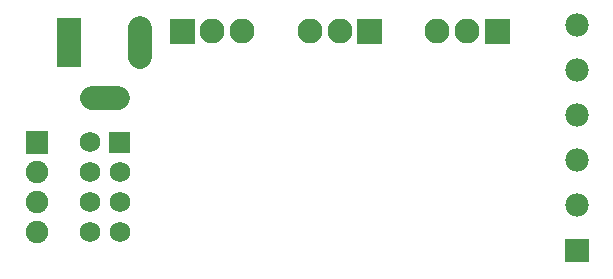
<source format=gbs>
G04 Layer: BottomSolderMaskLayer*
G04 EasyEDA v6.3.53, 2020-07-05T11:12:03+02:00*
G04 cde15f3eeb0949078ea0d990088cac7f,f7dd187871414131b8e6a9aac608ee48,10*
G04 Gerber Generator version 0.2*
G04 Scale: 100 percent, Rotated: No, Reflected: No *
G04 Dimensions in millimeters *
G04 leading zeros omitted , absolute positions ,3 integer and 3 decimal *
%FSLAX33Y33*%
%MOMM*%
G90*
G71D02*

%ADD36C,2.003196*%
%ADD41C,1.727200*%
%ADD43C,1.981200*%
%ADD45C,1.903197*%
%ADD48C,2.108200*%

%LPD*%
G54D36*
G01X10619Y18297D02*
G01X10619Y20697D01*
G01X6519Y14793D02*
G01X8719Y14793D01*
G36*
G01X3616Y17396D02*
G01X3616Y21597D01*
G01X5621Y21597D01*
G01X5621Y17396D01*
G01X3616Y17396D01*
G37*
G36*
G01X8026Y10185D02*
G01X8026Y11912D01*
G01X9753Y11912D01*
G01X9753Y10185D01*
G01X8026Y10185D01*
G37*
G54D41*
G01X6350Y11049D03*
G01X8890Y8509D03*
G01X6350Y8509D03*
G01X8890Y5969D03*
G01X6350Y5969D03*
G01X8890Y3429D03*
G01X6350Y3429D03*
G36*
G01X46634Y914D02*
G01X46634Y2895D01*
G01X48615Y2895D01*
G01X48615Y914D01*
G01X46634Y914D01*
G37*
G54D43*
G01X47625Y5715D03*
G01X47625Y9525D03*
G01X47625Y13335D03*
G01X47625Y17145D03*
G01X47625Y20955D03*
G54D45*
G01X1905Y3429D03*
G01X1905Y5969D03*
G01X1905Y8509D03*
G36*
G01X952Y10096D02*
G01X952Y12001D01*
G01X2857Y12001D01*
G01X2857Y10096D01*
G01X952Y10096D01*
G37*
G36*
G01X29019Y19392D02*
G01X29019Y21501D01*
G01X31127Y21501D01*
G01X31127Y19392D01*
G01X29019Y19392D01*
G37*
G54D48*
G01X27533Y20447D03*
G01X24993Y20447D03*
G01X19278Y20447D03*
G01X16738Y20447D03*
G36*
G01X13144Y19392D02*
G01X13144Y21501D01*
G01X15252Y21501D01*
G01X15252Y19392D01*
G01X13144Y19392D01*
G37*
G36*
G01X39814Y19392D02*
G01X39814Y21501D01*
G01X41922Y21501D01*
G01X41922Y19392D01*
G01X39814Y19392D01*
G37*
G01X38328Y20447D03*
G01X35788Y20447D03*
M00*
M02*

</source>
